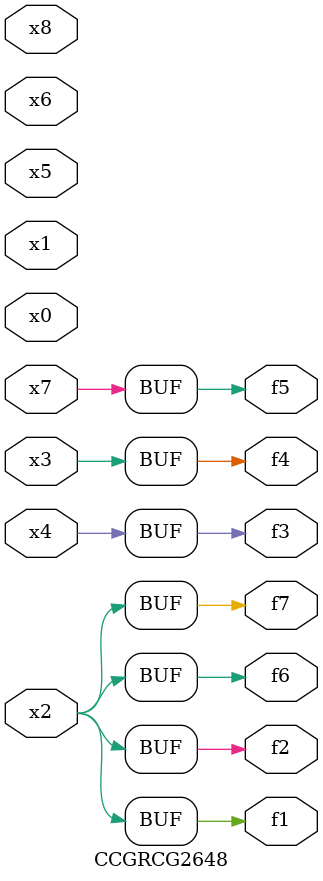
<source format=v>
module CCGRCG2648(
	input x0, x1, x2, x3, x4, x5, x6, x7, x8,
	output f1, f2, f3, f4, f5, f6, f7
);
	assign f1 = x2;
	assign f2 = x2;
	assign f3 = x4;
	assign f4 = x3;
	assign f5 = x7;
	assign f6 = x2;
	assign f7 = x2;
endmodule

</source>
